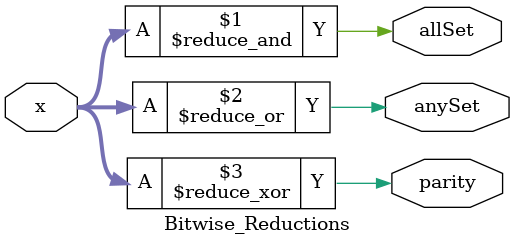
<source format=v>
module Bitwise_Reductions (
  input  [31:0] x,
  output        allSet,
  output        anySet,
  output        parity
);
  assign allSet = &x;
  assign anySet = |x;
  assign parity = ^x;
endmodule

</source>
